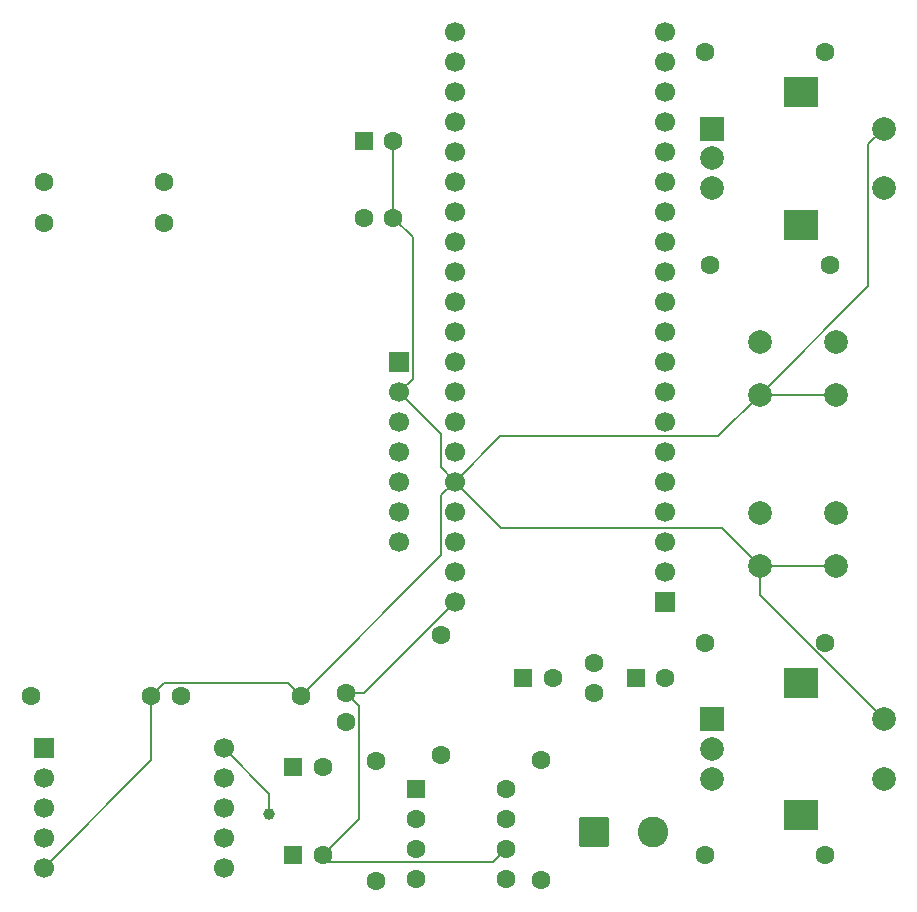
<source format=gbr>
%TF.GenerationSoftware,KiCad,Pcbnew,9.0.2*%
%TF.CreationDate,2025-07-11T11:45:56-07:00*%
%TF.ProjectId,Radio,52616469-6f2e-46b6-9963-61645f706362,1*%
%TF.SameCoordinates,Original*%
%TF.FileFunction,Copper,L1,Top*%
%TF.FilePolarity,Positive*%
%FSLAX46Y46*%
G04 Gerber Fmt 4.6, Leading zero omitted, Abs format (unit mm)*
G04 Created by KiCad (PCBNEW 9.0.2) date 2025-07-11 11:45:56*
%MOMM*%
%LPD*%
G01*
G04 APERTURE LIST*
G04 Aperture macros list*
%AMRoundRect*
0 Rectangle with rounded corners*
0 $1 Rounding radius*
0 $2 $3 $4 $5 $6 $7 $8 $9 X,Y pos of 4 corners*
0 Add a 4 corners polygon primitive as box body*
4,1,4,$2,$3,$4,$5,$6,$7,$8,$9,$2,$3,0*
0 Add four circle primitives for the rounded corners*
1,1,$1+$1,$2,$3*
1,1,$1+$1,$4,$5*
1,1,$1+$1,$6,$7*
1,1,$1+$1,$8,$9*
0 Add four rect primitives between the rounded corners*
20,1,$1+$1,$2,$3,$4,$5,0*
20,1,$1+$1,$4,$5,$6,$7,0*
20,1,$1+$1,$6,$7,$8,$9,0*
20,1,$1+$1,$8,$9,$2,$3,0*%
G04 Aperture macros list end*
%TA.AperFunction,ComponentPad*%
%ADD10RoundRect,0.250000X-0.550000X-0.550000X0.550000X-0.550000X0.550000X0.550000X-0.550000X0.550000X0*%
%TD*%
%TA.AperFunction,ComponentPad*%
%ADD11C,1.600000*%
%TD*%
%TA.AperFunction,ComponentPad*%
%ADD12RoundRect,0.250000X-1.050000X-1.050000X1.050000X-1.050000X1.050000X1.050000X-1.050000X1.050000X0*%
%TD*%
%TA.AperFunction,ComponentPad*%
%ADD13C,2.600000*%
%TD*%
%TA.AperFunction,ComponentPad*%
%ADD14C,2.000000*%
%TD*%
%TA.AperFunction,SMDPad,CuDef*%
%ADD15C,1.000000*%
%TD*%
%TA.AperFunction,ComponentPad*%
%ADD16R,1.700000X1.700000*%
%TD*%
%TA.AperFunction,ComponentPad*%
%ADD17C,1.700000*%
%TD*%
%TA.AperFunction,ComponentPad*%
%ADD18R,2.000000X2.000000*%
%TD*%
%TA.AperFunction,ComponentPad*%
%ADD19R,3.000000X2.500000*%
%TD*%
%TA.AperFunction,Conductor*%
%ADD20C,0.200000*%
%TD*%
G04 APERTURE END LIST*
D10*
%TO.P,C2,1*%
%TO.N,Net-(C2-Pad1)*%
X172500000Y-111500000D03*
D11*
%TO.P,C2,2*%
%TO.N,Net-(C2-Pad2)*%
X175000000Y-111500000D03*
%TD*%
D12*
%TO.P,LS1,1,1*%
%TO.N,Net-(C2-Pad2)*%
X169000000Y-124500000D03*
D13*
%TO.P,LS1,2,2*%
%TO.N,Net-(DISP1-VSS{slash}GND)*%
X174000000Y-124500000D03*
%TD*%
D11*
%TO.P,Rpullup1,1*%
%TO.N,Net-(A1-3V3)*%
X131500000Y-113000000D03*
%TO.P,Rpullup1,2*%
%TO.N,Net-(A1-GPIO26_ADC0)*%
X121340000Y-113000000D03*
%TD*%
%TO.P,R4,1*%
%TO.N,Net-(C4-Pad1)*%
X122420000Y-69500000D03*
%TO.P,R4,2*%
%TO.N,Net-(U2-LOUT)*%
X132580000Y-69500000D03*
%TD*%
D10*
%TO.P,C4,1*%
%TO.N,Net-(C4-Pad1)*%
X143500000Y-119000000D03*
D11*
%TO.P,C4,2*%
%TO.N,Net-(U1-+)*%
X146000000Y-119000000D03*
%TD*%
%TO.P,R2,1*%
%TO.N,Net-(R2-Pad1)*%
X164500000Y-128580000D03*
%TO.P,R2,2*%
%TO.N,Net-(R2-Pad2)*%
X164500000Y-118420000D03*
%TD*%
D14*
%TO.P,SW3,1,1*%
%TO.N,Net-(A1-GPIO3)*%
X183000000Y-97500000D03*
X189500000Y-97500000D03*
%TO.P,SW3,2,2*%
%TO.N,Net-(A1-3V3)*%
X183000000Y-102000000D03*
X189500000Y-102000000D03*
%TD*%
D11*
%TO.P,R5,1*%
%TO.N,Net-(U2-ROUT)*%
X122420000Y-73000000D03*
%TO.P,R5,2*%
%TO.N,Net-(C4-Pad1)*%
X132580000Y-73000000D03*
%TD*%
%TO.P,R6,1*%
%TO.N,Net-(R6-Pad1)*%
X188580000Y-108500000D03*
%TO.P,R6,2*%
%TO.N,Net-(A1-GPIO1)*%
X178420000Y-108500000D03*
%TD*%
%TO.P,R1,1*%
%TO.N,Net-(DISP1-VSS{slash}GND)*%
X156000000Y-118000000D03*
%TO.P,R1,2*%
%TO.N,Net-(C3-Pad1)*%
X156000000Y-107840000D03*
%TD*%
%TO.P,C7,1*%
%TO.N,Net-(DISP1-VSS{slash}GND)*%
X149500000Y-72500000D03*
%TO.P,C7,2*%
%TO.N,Net-(A1-3V3)*%
X152000000Y-72500000D03*
%TD*%
D15*
%TO.P,AE1,1,A*%
%TO.N,Net-(AE1-A)*%
X141500000Y-123000000D03*
%TD*%
D16*
%TO.P,U2,1,SDIO*%
%TO.N,Net-(A1-GPIO26_ADC0)*%
X122380000Y-117420000D03*
D17*
%TO.P,U2,2,SCLK*%
%TO.N,Net-(A1-GPIO27_ADC1)*%
X122380000Y-119960000D03*
%TO.P,U2,3,N/C*%
%TO.N,unconnected-(U2-N{slash}C-Pad3)*%
X122380000Y-122500000D03*
%TO.P,U2,4,N/C*%
%TO.N,unconnected-(U2-N{slash}C-Pad4)*%
X122380000Y-125040000D03*
%TO.P,U2,5,VDD*%
%TO.N,Net-(A1-3V3)*%
X122380000Y-127580000D03*
%TO.P,U2,6,GND*%
%TO.N,Net-(DISP1-VSS{slash}GND)*%
X137620000Y-127580000D03*
%TO.P,U2,7,ROUT*%
%TO.N,Net-(U2-ROUT)*%
X137620000Y-125040000D03*
%TO.P,U2,8,LOUT*%
%TO.N,Net-(U2-LOUT)*%
X137620000Y-122500000D03*
%TO.P,U2,9,N/C*%
%TO.N,unconnected-(U2-N{slash}C-Pad9)*%
X137620000Y-119960000D03*
%TO.P,U2,10,FMIN*%
%TO.N,Net-(AE1-A)*%
X137620000Y-117420000D03*
%TD*%
D11*
%TO.P,Rpullup2,1*%
%TO.N,Net-(A1-3V3)*%
X144160000Y-113000000D03*
%TO.P,Rpullup2,2*%
%TO.N,Net-(A1-GPIO27_ADC1)*%
X134000000Y-113000000D03*
%TD*%
D10*
%TO.P,U1,1,GAIN*%
%TO.N,Net-(R2-Pad1)*%
X153880000Y-120880000D03*
D11*
%TO.P,U1,2,-*%
%TO.N,Net-(DISP1-VSS{slash}GND)*%
X153880000Y-123420000D03*
%TO.P,U1,3,+*%
%TO.N,Net-(U1-+)*%
X153880000Y-125960000D03*
%TO.P,U1,4,GND*%
%TO.N,Net-(DISP1-VSS{slash}GND)*%
X153880000Y-128500000D03*
%TO.P,U1,5*%
%TO.N,Net-(C2-Pad1)*%
X161500000Y-128500000D03*
%TO.P,U1,6,V+*%
%TO.N,Net-(A1-VBUS)*%
X161500000Y-125960000D03*
%TO.P,U1,7,BYPASS*%
%TO.N,Net-(U1-BYPASS)*%
X161500000Y-123420000D03*
%TO.P,U1,8,GAIN*%
%TO.N,Net-(R2-Pad2)*%
X161500000Y-120880000D03*
%TD*%
%TO.P,C5,1*%
%TO.N,Net-(DISP1-VSS{slash}GND)*%
X148000000Y-115250000D03*
%TO.P,C5,2*%
%TO.N,Net-(A1-VBUS)*%
X148000000Y-112750000D03*
%TD*%
D18*
%TO.P,SW2,A,A*%
%TO.N,Net-(R8-Pad1)*%
X179000000Y-65000000D03*
D14*
%TO.P,SW2,B,B*%
%TO.N,Net-(R9-Pad1)*%
X179000000Y-70000000D03*
%TO.P,SW2,C,C*%
%TO.N,Net-(DISP1-VSS{slash}GND)*%
X179000000Y-67500000D03*
D19*
%TO.P,SW2,MP*%
%TO.N,unconnected-(SW2-PadMP)_1*%
X186500000Y-61900000D03*
%TO.N,unconnected-(SW2-PadMP)*%
X186500000Y-73100000D03*
D14*
%TO.P,SW2,S1,S1*%
%TO.N,Net-(A1-3V3)*%
X193500000Y-65000000D03*
%TO.P,SW2,S2,S2*%
%TO.N,Net-(A1-GPIO13)*%
X193500000Y-70000000D03*
%TD*%
D16*
%TO.P,DISP1,1,VSS/GND*%
%TO.N,Net-(DISP1-VSS{slash}GND)*%
X152500000Y-84760000D03*
D17*
%TO.P,DISP1,2,VDD*%
%TO.N,Net-(A1-3V3)*%
X152500000Y-87300000D03*
%TO.P,DISP1,3,SCLK*%
%TO.N,Net-(A1-GPIO16)*%
X152500000Y-89840000D03*
%TO.P,DISP1,4,SDA*%
%TO.N,Net-(A1-GPIO19)*%
X152500000Y-92380000D03*
%TO.P,DISP1,5,RES*%
%TO.N,Net-(A1-GPIO20)*%
X152500000Y-94920000D03*
%TO.P,DISP1,6,DC*%
%TO.N,Net-(A1-GPIO21)*%
X152500000Y-97460000D03*
%TO.P,DISP1,7,CS*%
%TO.N,Net-(A1-GPIO17)*%
X152500000Y-100000000D03*
%TD*%
D10*
%TO.P,C6,1*%
%TO.N,Net-(DISP1-VSS{slash}GND)*%
X143500000Y-126500000D03*
D11*
%TO.P,C6,2*%
%TO.N,Net-(A1-VBUS)*%
X146000000Y-126500000D03*
%TD*%
%TO.P,R9,1*%
%TO.N,Net-(R9-Pad1)*%
X189000000Y-76500000D03*
%TO.P,R9,2*%
%TO.N,Net-(A1-GPIO15)*%
X178840000Y-76500000D03*
%TD*%
D16*
%TO.P,A1,1,GPIO0*%
%TO.N,Net-(A1-GPIO0)*%
X175000000Y-105020000D03*
D17*
%TO.P,A1,2,GPIO1*%
%TO.N,Net-(A1-GPIO1)*%
X175000000Y-102480000D03*
%TO.P,A1,3,GND*%
%TO.N,Net-(DISP1-VSS{slash}GND)*%
X175000000Y-99940000D03*
%TO.P,A1,4,GPIO2*%
%TO.N,Net-(A1-GPIO2)*%
X175000000Y-97400000D03*
%TO.P,A1,5,GPIO3*%
%TO.N,Net-(A1-GPIO3)*%
X175000000Y-94860000D03*
%TO.P,A1,6,GPIO4*%
%TO.N,unconnected-(A1-GPIO4-Pad6)*%
X175000000Y-92320000D03*
%TO.P,A1,7,GPIO5*%
%TO.N,unconnected-(A1-GPIO5-Pad7)*%
X175000000Y-89780000D03*
%TO.P,A1,8,GND*%
%TO.N,Net-(DISP1-VSS{slash}GND)*%
X175000000Y-87240000D03*
%TO.P,A1,9,GPIO6*%
%TO.N,unconnected-(A1-GPIO6-Pad9)*%
X175000000Y-84700000D03*
%TO.P,A1,10,GPIO7*%
%TO.N,Net-(A1-GPIO7)*%
X175000000Y-82160000D03*
%TO.P,A1,11,GPIO8*%
%TO.N,unconnected-(A1-GPIO8-Pad11)*%
X175000000Y-79620000D03*
%TO.P,A1,12,GPIO9*%
%TO.N,unconnected-(A1-GPIO9-Pad12)*%
X175000000Y-77080000D03*
%TO.P,A1,13,GND*%
%TO.N,Net-(DISP1-VSS{slash}GND)*%
X175000000Y-74540000D03*
%TO.P,A1,14,GPIO10*%
%TO.N,unconnected-(A1-GPIO10-Pad14)*%
X175000000Y-72000000D03*
%TO.P,A1,15,GPIO11*%
%TO.N,unconnected-(A1-GPIO11-Pad15)*%
X175000000Y-69460000D03*
%TO.P,A1,16,GPIO12*%
%TO.N,unconnected-(A1-GPIO12-Pad16)*%
X175000000Y-66920000D03*
%TO.P,A1,17,GPIO13*%
%TO.N,Net-(A1-GPIO13)*%
X175000000Y-64380000D03*
%TO.P,A1,18,GND*%
%TO.N,Net-(DISP1-VSS{slash}GND)*%
X175000000Y-61840000D03*
%TO.P,A1,19,GPIO14*%
%TO.N,Net-(A1-GPIO14)*%
X175000000Y-59300000D03*
%TO.P,A1,20,GPIO15*%
%TO.N,Net-(A1-GPIO15)*%
X175000000Y-56760000D03*
%TO.P,A1,21,GPIO16*%
%TO.N,Net-(A1-GPIO16)*%
X157220000Y-56760000D03*
%TO.P,A1,22,GPIO17*%
%TO.N,Net-(A1-GPIO17)*%
X157220000Y-59300000D03*
%TO.P,A1,23,GND*%
%TO.N,Net-(DISP1-VSS{slash}GND)*%
X157220000Y-61840000D03*
%TO.P,A1,24,GPIO18*%
%TO.N,unconnected-(A1-GPIO18-Pad24)*%
X157220000Y-64380000D03*
%TO.P,A1,25,GPIO19*%
%TO.N,Net-(A1-GPIO19)*%
X157220000Y-66920000D03*
%TO.P,A1,26,GPIO20*%
%TO.N,Net-(A1-GPIO20)*%
X157220000Y-69460000D03*
%TO.P,A1,27,GPIO21*%
%TO.N,Net-(A1-GPIO21)*%
X157220000Y-72000000D03*
%TO.P,A1,28,GND*%
%TO.N,Net-(DISP1-VSS{slash}GND)*%
X157220000Y-74540000D03*
%TO.P,A1,29,GPIO22*%
%TO.N,unconnected-(A1-GPIO22-Pad29)*%
X157220000Y-77080000D03*
%TO.P,A1,30,RUN*%
%TO.N,unconnected-(A1-RUN-Pad30)*%
X157220000Y-79620000D03*
%TO.P,A1,31,GPIO26_ADC0*%
%TO.N,Net-(A1-GPIO26_ADC0)*%
X157220000Y-82160000D03*
%TO.P,A1,32,GPIO27_ADC1*%
%TO.N,Net-(A1-GPIO27_ADC1)*%
X157220000Y-84700000D03*
%TO.P,A1,33,AGND*%
%TO.N,unconnected-(A1-AGND-Pad33)*%
X157220000Y-87240000D03*
%TO.P,A1,34,GPIO28_ADC2*%
%TO.N,unconnected-(A1-GPIO28_ADC2-Pad34)*%
X157220000Y-89780000D03*
%TO.P,A1,35,ADC_VREF*%
%TO.N,unconnected-(A1-ADC_VREF-Pad35)*%
X157220000Y-92320000D03*
%TO.P,A1,36,3V3*%
%TO.N,Net-(A1-3V3)*%
X157220000Y-94860000D03*
%TO.P,A1,37,3V3_EN*%
%TO.N,unconnected-(A1-3V3_EN-Pad37)*%
X157220000Y-97400000D03*
%TO.P,A1,38,GND*%
%TO.N,Net-(DISP1-VSS{slash}GND)*%
X157220000Y-99940000D03*
%TO.P,A1,39,VSYS*%
%TO.N,unconnected-(A1-VSYS-Pad39)*%
X157220000Y-102480000D03*
%TO.P,A1,40,VBUS*%
%TO.N,Net-(A1-VBUS)*%
X157220000Y-105020000D03*
%TD*%
D10*
%TO.P,C1,1*%
%TO.N,Net-(DISP1-VSS{slash}GND)*%
X163000000Y-111500000D03*
D11*
%TO.P,C1,2*%
%TO.N,Net-(U1-BYPASS)*%
X165500000Y-111500000D03*
%TD*%
%TO.P,R3,1*%
%TO.N,Net-(DISP1-VSS{slash}GND)*%
X150500000Y-128660000D03*
%TO.P,R3,2*%
%TO.N,Net-(C4-Pad1)*%
X150500000Y-118500000D03*
%TD*%
D14*
%TO.P,SW4,1,1*%
%TO.N,Net-(A1-GPIO7)*%
X183000000Y-83000000D03*
X189500000Y-83000000D03*
%TO.P,SW4,2,2*%
%TO.N,Net-(A1-3V3)*%
X183000000Y-87500000D03*
X189500000Y-87500000D03*
%TD*%
D11*
%TO.P,R7,1*%
%TO.N,Net-(R7-Pad1)*%
X188500000Y-126500000D03*
%TO.P,R7,2*%
%TO.N,Net-(A1-GPIO2)*%
X178340000Y-126500000D03*
%TD*%
D18*
%TO.P,SW1,A,A*%
%TO.N,Net-(R6-Pad1)*%
X179000000Y-115000000D03*
D14*
%TO.P,SW1,B,B*%
%TO.N,Net-(R7-Pad1)*%
X179000000Y-120000000D03*
%TO.P,SW1,C,C*%
%TO.N,Net-(DISP1-VSS{slash}GND)*%
X179000000Y-117500000D03*
D19*
%TO.P,SW1,MP*%
%TO.N,unconnected-(SW1-PadMP)_1*%
X186500000Y-111900000D03*
%TO.N,unconnected-(SW1-PadMP)*%
X186500000Y-123100000D03*
D14*
%TO.P,SW1,S1,S1*%
%TO.N,Net-(A1-3V3)*%
X193500000Y-115000000D03*
%TO.P,SW1,S2,S2*%
%TO.N,Net-(A1-GPIO0)*%
X193500000Y-120000000D03*
%TD*%
D11*
%TO.P,R8,1*%
%TO.N,Net-(R8-Pad1)*%
X188580000Y-58500000D03*
%TO.P,R8,2*%
%TO.N,Net-(A1-GPIO14)*%
X178420000Y-58500000D03*
%TD*%
D10*
%TO.P,C8,1*%
%TO.N,Net-(DISP1-VSS{slash}GND)*%
X149500000Y-66000000D03*
D11*
%TO.P,C8,2*%
%TO.N,Net-(A1-3V3)*%
X152000000Y-66000000D03*
%TD*%
%TO.P,C3,1*%
%TO.N,Net-(C3-Pad1)*%
X169000000Y-112750000D03*
%TO.P,C3,2*%
%TO.N,Net-(C2-Pad1)*%
X169000000Y-110250000D03*
%TD*%
D20*
%TO.N,Net-(A1-VBUS)*%
X146000000Y-126500000D02*
X149101000Y-123399000D01*
X146561000Y-127061000D02*
X146000000Y-126500000D01*
X149101000Y-123399000D02*
X149101000Y-113851000D01*
X149101000Y-113851000D02*
X148000000Y-112750000D01*
X148000000Y-112750000D02*
X149490000Y-112750000D01*
X160399000Y-127061000D02*
X146561000Y-127061000D01*
X161500000Y-125960000D02*
X160399000Y-127061000D01*
X149490000Y-112750000D02*
X157220000Y-105020000D01*
%TO.N,Net-(A1-3V3)*%
X183000000Y-87500000D02*
X179472240Y-91027760D01*
X131500000Y-118460000D02*
X122380000Y-127580000D01*
X153651000Y-74151000D02*
X152000000Y-72500000D01*
X153651000Y-86149000D02*
X153651000Y-74151000D01*
X157220000Y-94860000D02*
X156000000Y-93640000D01*
X179789000Y-98789000D02*
X183000000Y-102000000D01*
X183000000Y-104500000D02*
X183000000Y-102000000D01*
X179472240Y-91027760D02*
X161052240Y-91027760D01*
X156000000Y-90800000D02*
X152500000Y-87300000D01*
X157220000Y-94860000D02*
X156069000Y-96011000D01*
X131500000Y-113000000D02*
X131500000Y-118460000D01*
X152500000Y-87300000D02*
X153651000Y-86149000D01*
X161052240Y-91027760D02*
X157220000Y-94860000D01*
X192199000Y-78301000D02*
X183000000Y-87500000D01*
X156069000Y-96011000D02*
X156069000Y-101091000D01*
X156069000Y-101091000D02*
X144160000Y-113000000D01*
X161149000Y-98789000D02*
X179789000Y-98789000D01*
X157220000Y-94860000D02*
X161149000Y-98789000D01*
X156000000Y-93640000D02*
X156000000Y-90800000D01*
X143059000Y-111899000D02*
X144160000Y-113000000D01*
X152000000Y-72500000D02*
X152000000Y-66000000D01*
X189500000Y-102000000D02*
X183000000Y-102000000D01*
X193500000Y-65000000D02*
X192199000Y-66301000D01*
X131500000Y-113000000D02*
X132601000Y-111899000D01*
X132601000Y-111899000D02*
X143059000Y-111899000D01*
X189500000Y-87500000D02*
X183000000Y-87500000D01*
X193500000Y-115000000D02*
X183000000Y-104500000D01*
X192199000Y-66301000D02*
X192199000Y-78301000D01*
%TO.N,Net-(AE1-A)*%
X141500000Y-121300000D02*
X137620000Y-117420000D01*
X141500000Y-123000000D02*
X141500000Y-121300000D01*
%TD*%
M02*

</source>
